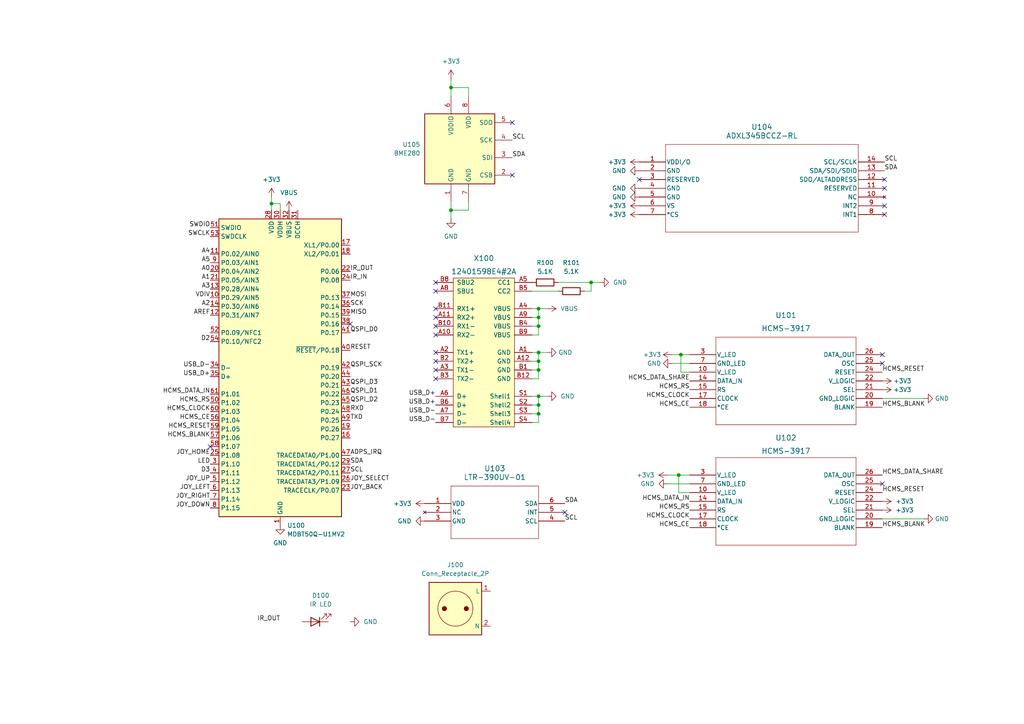
<source format=kicad_sch>
(kicad_sch (version 20231120) (generator "eeschema") (generator_version "8.0")
  (paper "A4")
  (lib_symbols
    (symbol "+3V3_1" (power) (pin_numbers hide) (pin_names (offset 0) hide)
      (property "Value" "+3V3" (at 0 3.556 0))
      (symbol "+3V3_1_0_1"
        (polyline (pts (xy -0.762 1.27) (xy 0 2.54)))
        (polyline (pts (xy 0 0) (xy 0 2.54)))
        (polyline (pts (xy 0 2.54) (xy 0.762 1.27)))
      )
      (symbol "+3V3_1_1_1"
        (pin power_in line (at 0 0 90) (length 0) (name "~") (number "1"))
      )
    )
    (symbol "+3V3_2" (power) (pin_numbers hide) (pin_names (offset 0) hide)
      (property "Value" "+3V3" (at 0 3.556 0))
      (symbol "+3V3_2_0_1"
        (polyline (pts (xy -0.762 1.27) (xy 0 2.54)))
        (polyline (pts (xy 0 0) (xy 0 2.54)))
        (polyline (pts (xy 0 2.54) (xy 0.762 1.27)))
      )
      (symbol "+3V3_2_1_1"
        (pin power_in line (at 0 0 90) (length 0) (name "~") (number "1"))
      )
    )
    (symbol "+3V3_3" (power) (pin_numbers hide) (pin_names (offset 0) hide)
      (property "Value" "+3V3" (at 0 3.556 0))
      (symbol "+3V3_3_0_1"
        (polyline (pts (xy -0.762 1.27) (xy 0 2.54)))
        (polyline (pts (xy 0 0) (xy 0 2.54)))
        (polyline (pts (xy 0 2.54) (xy 0.762 1.27)))
      )
      (symbol "+3V3_3_1_1"
        (pin power_in line (at 0 0 90) (length 0) (name "~") (number "1"))
      )
    )
    (symbol "+3V3_4" (power) (pin_numbers hide) (pin_names (offset 0) hide)
      (property "Value" "+3V3" (at 0 3.556 0))
      (symbol "+3V3_4_0_1"
        (polyline (pts (xy -0.762 1.27) (xy 0 2.54)))
        (polyline (pts (xy 0 0) (xy 0 2.54)))
        (polyline (pts (xy 0 2.54) (xy 0.762 1.27)))
      )
      (symbol "+3V3_4_1_1"
        (pin power_in line (at 0 0 90) (length 0) (name "~") (number "1"))
      )
    )
    (symbol "+3V3_6" (power) (pin_numbers hide) (pin_names (offset 0) hide)
      (property "Value" "+3V3" (at 0 3.556 0))
      (symbol "+3V3_6_0_1"
        (polyline (pts (xy -0.762 1.27) (xy 0 2.54)))
        (polyline (pts (xy 0 0) (xy 0 2.54)))
        (polyline (pts (xy 0 2.54) (xy 0.762 1.27)))
      )
      (symbol "+3V3_6_1_1"
        (pin power_in line (at 0 0 90) (length 0) (name "~") (number "1"))
      )
    )
    (symbol "2024-09-23_21-18-26:HCMS-2913" (pin_names (offset 0.254))
      (property "Reference" "U" (at 27.94 10.16 0))
      (property "Value" "HCMS-2913" (at 27.94 7.62 0))
      (symbol "HCMS-2913_0_1"
        (polyline (pts (xy 7.62 -20.32) (xy 48.26 -20.32)) (stroke (width 0.127)))
        (polyline (pts (xy 7.62 5.08) (xy 7.62 -20.32)) (stroke (width 0.127)))
        (polyline (pts (xy 48.26 -20.32) (xy 48.26 5.08)) (stroke (width 0.127)))
        (polyline (pts (xy 48.26 5.08) (xy 7.62 5.08)) (stroke (width 0.127)))
        (pin power_in line (at 0 -5.08 0) (length 7.62) (name "V_LED") (number "10"))
        (pin input line (at 0 -7.62 0) (length 7.62) (name "DATA_IN") (number "14"))
        (pin unspecified line (at 0 -10.16 0) (length 7.62) (name "RS") (number "15"))
        (pin input line (at 0 -12.7 0) (length 7.62) (name "CLOCK") (number "17"))
        (pin input line (at 0 -15.24 0) (length 7.62) (name "*CE") (number "18"))
        (pin unspecified line (at 55.88 -15.24 180) (length 7.62) (name "BLANK") (number "19"))
        (pin power_out line (at 55.88 -12.7 180) (length 7.62) (name "GND_LOGIC") (number "20"))
        (pin unspecified line (at 55.88 -10.16 180) (length 7.62) (name "SEL") (number "21"))
        (pin power_in line (at 55.88 -7.62 180) (length 7.62) (name "V_LOGIC") (number "22"))
        (pin unspecified line (at 55.88 -5.08 180) (length 7.62) (name "RESET") (number "24"))
        (pin output line (at 55.88 -2.54 180) (length 7.62) (name "OSC") (number "25"))
        (pin output line (at 55.88 0 180) (length 7.62) (name "DATA_OUT") (number "26"))
        (pin power_in line (at 0 0 0) (length 7.62) (name "V_LED") (number "3"))
        (pin power_out line (at 0 -2.54 0) (length 7.62) (name "GND_LED") (number "7"))
      )
    )
    (symbol "2024-12-11_22-26-57:LTR-390UV-01" (pin_names (offset 0.254))
      (property "Reference" "U" (at 20.32 10.16 0))
      (property "Value" "LTR-390UV-01" (at 20.32 7.62 0))
      (symbol "LTR-390UV-01_0_1"
        (polyline (pts (xy 7.62 -10.16) (xy 33.02 -10.16)) (stroke (width 0.127)))
        (polyline (pts (xy 7.62 5.08) (xy 7.62 -10.16)) (stroke (width 0.127)))
        (polyline (pts (xy 33.02 -10.16) (xy 33.02 5.08)) (stroke (width 0.127)))
        (polyline (pts (xy 33.02 5.08) (xy 7.62 5.08)) (stroke (width 0.127)))
        (pin power_in line (at 0 0 0) (length 7.62) (name "VDD") (number "1"))
        (pin no_connect line (at 0 -2.54 0) (length 7.62) (name "NC") (number "2"))
        (pin power_out line (at 0 -5.08 0) (length 7.62) (name "GND") (number "3"))
        (pin input line (at 40.64 -5.08 180) (length 7.62) (name "SCL") (number "4"))
        (pin output line (at 40.64 -2.54 180) (length 7.62) (name "INT") (number "5"))
        (pin bidirectional line (at 40.64 0 180) (length 7.62) (name "SDA") (number "6"))
      )
    )
    (symbol "ADXL345:ADXL345BCCZ-RL" (pin_names (offset 0.254))
      (property "Reference" "U" (at 35.56 10.16 0))
      (property "Value" "ADXL345BCCZ-RL" (at 35.56 7.62 0))
      (symbol "ADXL345BCCZ-RL_0_1"
        (polyline (pts (xy 7.62 -20.32) (xy 63.5 -20.32)) (stroke (width 0.127)))
        (polyline (pts (xy 7.62 5.08) (xy 7.62 -20.32)) (stroke (width 0.127)))
        (polyline (pts (xy 63.5 -20.32) (xy 63.5 5.08)) (stroke (width 0.127)))
        (polyline (pts (xy 63.5 5.08) (xy 7.62 5.08)) (stroke (width 0.127)))
        (pin power_in line (at 0 0 0) (length 7.62) (name "VDDI/O") (number "1"))
        (pin no_connect line (at 71.12 -10.16 180) (length 7.62) (name "NC") (number "10"))
        (pin unspecified line (at 71.12 -7.62 180) (length 7.62) (name "RESERVED") (number "11"))
        (pin unspecified line (at 71.12 -5.08 180) (length 7.62) (name "SDO/ALTADDRESS") (number "12"))
        (pin unspecified line (at 71.12 -2.54 180) (length 7.62) (name "SDA/SDI/SDIO") (number "13"))
        (pin unspecified line (at 71.12 0 180) (length 7.62) (name "SCL/SCLK") (number "14"))
        (pin power_out line (at 0 -2.54 0) (length 7.62) (name "GND") (number "2"))
        (pin unspecified line (at 0 -5.08 0) (length 7.62) (name "RESERVED") (number "3"))
        (pin power_out line (at 0 -7.62 0) (length 7.62) (name "GND") (number "4"))
        (pin power_out line (at 0 -10.16 0) (length 7.62) (name "GND") (number "5"))
        (pin unspecified line (at 0 -12.7 0) (length 7.62) (name "VS") (number "6"))
        (pin unspecified line (at 0 -15.24 0) (length 7.62) (name "*CS") (number "7"))
        (pin bidirectional line (at 71.12 -15.24 180) (length 7.62) (name "INT1") (number "8"))
        (pin bidirectional line (at 71.12 -12.7 180) (length 7.62) (name "INT2") (number "9"))
      )
    )
    (symbol "Connector:Conn_Receptacle_2P"
      (property "Reference" "J" (at -7.112 8.636 0))
      (property "Value" "Conn_Receptacle_2P" (at 0.254 -8.89 0))
      (symbol "Conn_Receptacle_2P_0_1"
        (circle (center 0 0) (radius 5.08))
      )
      (symbol "Conn_Receptacle_2P_1_1"
        (rectangle (start -7.62 7.62) (end 7.62 -7.62) (stroke (width 0.254)) (fill (type background)))
        (circle (center -3.175 0) (radius 0.635) (fill (type outline)))
        (circle (center 3.175 0) (radius 0.635) (fill (type outline)))
        (pin power_in line (at 10.16 5.08 180) (length 2.54) (name "L") (number "1"))
        (pin power_out line (at 10.16 -5.08 180) (length 2.54) (name "N") (number "2"))
      )
    )
    (symbol "Device:LED" (pin_numbers hide) (pin_names (offset 1.016) hide)
      (property "Reference" "D" (at 0 2.54 0))
      (property "Value" "LED" (at 0 -2.54 0))
      (symbol "LED_0_1"
        (polyline (pts (xy -1.27 -1.27) (xy -1.27 1.27)) (stroke (width 0.254)))
        (polyline (pts (xy -1.27 0) (xy 1.27 0)))
        (polyline (pts (xy 1.27 -1.27) (xy 1.27 1.27) (xy -1.27 0) (xy 1.27 -1.27)) (stroke (width 0.254)))
        (polyline (pts (xy -3.048 -0.762) (xy -4.572 -2.286) (xy -3.81 -2.286) (xy -4.572 -2.286) (xy -4.572 -1.524)))
        (polyline (pts (xy -1.778 -0.762) (xy -3.302 -2.286) (xy -2.54 -2.286) (xy -3.302 -2.286) (xy -3.302 -1.524)))
      )
      (symbol "LED_1_1"
        (pin passive line (at -3.81 0 0) (length 2.54) (name "K") (number "1"))
        (pin passive line (at 3.81 0 180) (length 2.54) (name "A") (number "2"))
      )
    )
    (symbol "Device:R" (pin_numbers hide) (pin_names (offset 0))
      (property "Reference" "R" (at 2.032 0 90))
      (property "Value" "R" (at 0 0 90))
      (symbol "R_0_1"
        (rectangle (start -1.016 -2.54) (end 1.016 2.54) (stroke (width 0.254)))
      )
      (symbol "R_1_1"
        (pin passive line (at 0 3.81 270) (length 1.27) (name "~") (number "1"))
        (pin passive line (at 0 -3.81 90) (length 1.27) (name "~") (number "2"))
      )
    )
    (symbol "GND_1" (power) (pin_numbers hide) (pin_names (offset 0) hide)
      (property "Value" "GND" (at 0 -3.81 0))
      (symbol "GND_1_0_1"
        (polyline (pts (xy 0 0) (xy 0 -1.27) (xy 1.27 -1.27) (xy 0 -2.54) (xy -1.27 -1.27) (xy 0 -1.27)))
      )
      (symbol "GND_1_1_1"
        (pin power_in line (at 0 0 270) (length 0) (name "~") (number "1"))
      )
    )
    (symbol "GND_2" (power) (pin_numbers hide) (pin_names (offset 0) hide)
      (property "Value" "GND" (at 0 -3.81 0))
      (symbol "GND_2_0_1"
        (polyline (pts (xy 0 0) (xy 0 -1.27) (xy 1.27 -1.27) (xy 0 -2.54) (xy -1.27 -1.27) (xy 0 -1.27)))
      )
      (symbol "GND_2_1_1"
        (pin power_in line (at 0 0 270) (length 0) (name "~") (number "1"))
      )
    )
    (symbol "GND_3" (power) (pin_numbers hide) (pin_names (offset 0) hide)
      (property "Value" "GND" (at 0 -3.81 0))
      (symbol "GND_3_0_1"
        (polyline (pts (xy 0 0) (xy 0 -1.27) (xy 1.27 -1.27) (xy 0 -2.54) (xy -1.27 -1.27) (xy 0 -1.27)))
      )
      (symbol "GND_3_1_1"
        (pin power_in line (at 0 0 270) (length 0) (name "~") (number "1"))
      )
    )
    (symbol "GND_4" (power) (pin_numbers hide) (pin_names (offset 0) hide)
      (property "Value" "GND" (at 0 -3.81 0))
      (symbol "GND_4_0_1"
        (polyline (pts (xy 0 0) (xy 0 -1.27) (xy 1.27 -1.27) (xy 0 -2.54) (xy -1.27 -1.27) (xy 0 -1.27)))
      )
      (symbol "GND_4_1_1"
        (pin power_in line (at 0 0 270) (length 0) (name "~") (number "1"))
      )
    )
    (symbol "GND_5" (power) (pin_numbers hide) (pin_names (offset 0) hide)
      (property "Value" "GND" (at 0 -3.81 0))
      (symbol "GND_5_0_1"
        (polyline (pts (xy 0 0) (xy 0 -1.27) (xy 1.27 -1.27) (xy 0 -2.54) (xy -1.27 -1.27) (xy 0 -1.27)))
      )
      (symbol "GND_5_1_1"
        (pin power_in line (at 0 0 270) (length 0) (name "~") (number "1"))
      )
    )
    (symbol "GND_6" (power) (pin_numbers hide) (pin_names (offset 0) hide)
      (property "Value" "GND" (at 0 -3.81 0))
      (symbol "GND_6_0_1"
        (polyline (pts (xy 0 0) (xy 0 -1.27) (xy 1.27 -1.27) (xy 0 -2.54) (xy -1.27 -1.27) (xy 0 -1.27)))
      )
      (symbol "GND_6_1_1"
        (pin power_in line (at 0 0 270) (length 0) (name "~") (number "1"))
      )
    )
    (symbol "RF_Module:MDBT50Q-U1MV2"
      (property "Reference" "U" (at 0 0 0))
      (property "Value" "MDBT50Q-U1MV2" (at 0 -2.54 0))
      (symbol "MDBT50Q-U1MV2_0_1"
        (rectangle (start -17.78 43.18) (end 17.78 -43.18) (stroke (width 0.254)) (fill (type background)))
      )
      (symbol "MDBT50Q-U1MV2_1_1"
        (pin power_in line (at 0 -45.72 90) (length 2.54) (name "GND") (number "1"))
        (pin bidirectional line (at -20.32 20.32 0) (length 2.54) (name "P0.29/AIN5") (number "10"))
        (pin bidirectional line (at -20.32 33.02 0) (length 2.54) (name "P0.02/AIN0") (number "11"))
        (pin bidirectional line (at -20.32 15.24 0) (length 2.54) (name "P0.31/AIN7") (number "12"))
        (pin bidirectional line (at -20.32 22.86 0) (length 2.54) (name "P0.28/AIN4") (number "13"))
        (pin bidirectional line (at -20.32 17.78 0) (length 2.54) (name "P0.30/AIN6") (number "14"))
        (pin passive line (at 0 -45.72 90) (length 2.54) hide (name "GND") (number "15"))
        (pin bidirectional line (at 20.32 -20.32 180) (length 2.54) (name "P0.27") (number "16"))
        (pin bidirectional line (at 20.32 35.56 180) (length 2.54) (name "XL1/P0.00") (number "17"))
        (pin bidirectional line (at 20.32 33.02 180) (length 2.54) (name "XL2/P0.01") (number "18"))
        (pin bidirectional line (at 20.32 -17.78 180) (length 2.54) (name "P0.26") (number "19"))
        (pin passive line (at 0 -45.72 90) (length 2.54) hide (name "GND") (number "2"))
        (pin bidirectional line (at -20.32 27.94 0) (length 2.54) (name "P0.04/AIN2") (number "20"))
        (pin bidirectional line (at -20.32 25.4 0) (length 2.54) (name "P0.05/AIN3") (number "21"))
        (pin bidirectional line (at 20.32 27.94 180) (length 2.54) (name "P0.06") (number "22"))
        (pin bidirectional line (at 20.32 -35.56 180) (length 2.54) (name "TRACECLK/P0.07") (number "23"))
        (pin bidirectional line (at 20.32 25.4 180) (length 2.54) (name "P0.08") (number "24"))
        (pin bidirectional line (at -20.32 -25.4 0) (length 2.54) (name "P1.08") (number "25"))
        (pin bidirectional line (at 20.32 -33.02 180) (length 2.54) (name "TRACEDATA3/P1.09") (number "26"))
        (pin bidirectional line (at 20.32 -30.48 180) (length 2.54) (name "TRACEDATA2/P0.11") (number "27"))
        (pin power_in line (at -2.54 45.72 270) (length 2.54) (name "VDD") (number "28"))
        (pin bidirectional line (at 20.32 -27.94 180) (length 2.54) (name "TRACEDATA1/P0.12") (number "29"))
        (pin bidirectional line (at -20.32 -27.94 0) (length 2.54) (name "P1.10") (number "3"))
        (pin power_in line (at 0 45.72 270) (length 2.54) (name "VDDH") (number "30"))
        (pin power_out line (at 5.08 45.72 270) (length 2.54) (name "DCCH") (number "31"))
        (pin power_in line (at 2.54 45.72 270) (length 2.54) (name "VBUS") (number "32"))
        (pin passive line (at 0 -45.72 90) (length 2.54) hide (name "GND") (number "33"))
        (pin bidirectional line (at -20.32 0 0) (length 2.54) (name "D-") (number "34"))
        (pin bidirectional line (at -20.32 -2.54 0) (length 2.54) (name "D+") (number "35"))
        (pin bidirectional line (at 20.32 17.78 180) (length 2.54) (name "P0.14") (number "36"))
        (pin bidirectional line (at 20.32 20.32 180) (length 2.54) (name "P0.13") (number "37"))
        (pin bidirectional line (at 20.32 12.7 180) (length 2.54) (name "P0.16") (number "38"))
        (pin bidirectional line (at 20.32 15.24 180) (length 2.54) (name "P0.15") (number "39"))
        (pin bidirectional line (at -20.32 -30.48 0) (length 2.54) (name "P1.11") (number "4"))
        (pin bidirectional line (at 20.32 5.08 180) (length 2.54) (name "~{RESET}/P0.18") (number "40"))
        (pin bidirectional line (at 20.32 10.16 180) (length 2.54) (name "P0.17") (number "41"))
        (pin bidirectional line (at 20.32 0 180) (length 2.54) (name "P0.19") (number "42"))
        (pin bidirectional line (at 20.32 -5.08 180) (length 2.54) (name "P0.21") (number "43"))
        (pin bidirectional line (at 20.32 -2.54 180) (length 2.54) (name "P0.20") (number "44"))
        (pin bidirectional line (at 20.32 -10.16 180) (length 2.54) (name "P0.23") (number "45"))
        (pin bidirectional line (at 20.32 -7.62 180) (length 2.54) (name "P0.22") (number "46"))
        (pin bidirectional line (at 20.32 -25.4 180) (length 2.54) (name "TRACEDATA0/P1.00") (number "47"))
        (pin bidirectional line (at 20.32 -12.7 180) (length 2.54) (name "P0.24") (number "48"))
        (pin bidirectional line (at 20.32 -15.24 180) (length 2.54) (name "P0.25") (number "49"))
        (pin bidirectional line (at -20.32 -33.02 0) (length 2.54) (name "P1.12") (number "5"))
        (pin bidirectional line (at -20.32 -10.16 0) (length 2.54) (name "P1.02") (number "50"))
        (pin bidirectional line (at -20.32 40.64 0) (length 2.54) (name "SWDIO") (number "51"))
        (pin bidirectional line (at -20.32 10.16 0) (length 2.54) (name "P0.09/NFC1") (number "52"))
        (pin input line (at -20.32 38.1 0) (length 2.54) (name "SWDCLK") (number "53"))
        (pin bidirectional line (at -20.32 7.62 0) (length 2.54) (name "P0.10/NFC2") (number "54"))
        (pin passive line (at 0 -45.72 90) (length 2.54) hide (name "GND") (number "55"))
        (pin bidirectional line (at -20.32 -15.24 0) (length 2.54) (name "P1.04") (number "56"))
        (pin bidirectional line (at -20.32 -20.32 0) (length 2.54) (name "P1.06") (number "57"))
        (pin bidirectional line (at -20.32 -22.86 0) (length 2.54) (name "P1.07") (number "58"))
        (pin bidirectional line (at -20.32 -17.78 0) (length 2.54) (name "P1.05") (number "59"))
        (pin bidirectional line (at -20.32 -35.56 0) (length 2.54) (name "P1.13") (number "6"))
        (pin bidirectional line (at -20.32 -12.7 0) (length 2.54) (name "P1.03") (number "60"))
        (pin bidirectional line (at -20.32 -7.62 0) (length 2.54) (name "P1.01") (number "61"))
        (pin bidirectional line (at -20.32 -38.1 0) (length 2.54) (name "P1.14") (number "7"))
        (pin bidirectional line (at -20.32 -40.64 0) (length 2.54) (name "P1.15") (number "8"))
        (pin bidirectional line (at -20.32 30.48 0) (length 2.54) (name "P0.03/AIN1") (number "9"))
      )
    )
    (symbol "Sensor:BME280"
      (property "Reference" "U" (at -8.89 11.43 0))
      (property "Value" "BME280" (at 7.62 11.43 0))
      (symbol "BME280_0_1"
        (rectangle (start -10.16 10.16) (end 10.16 -10.16) (stroke (width 0.254)) (fill (type background)))
      )
      (symbol "BME280_1_1"
        (pin power_in line (at -2.54 -15.24 90) (length 5.08) (name "GND") (number "1"))
        (pin input line (at 15.24 -7.62 180) (length 5.08) (name "CSB") (number "2"))
        (pin bidirectional line (at 15.24 -2.54 180) (length 5.08) (name "SDI") (number "3"))
        (pin input line (at 15.24 2.54 180) (length 5.08) (name "SCK") (number "4"))
        (pin bidirectional line (at 15.24 7.62 180) (length 5.08) (name "SDO") (number "5"))
        (pin power_in line (at -2.54 15.24 270) (length 5.08) (name "VDDIO") (number "6"))
        (pin power_in line (at 2.54 -15.24 90) (length 5.08) (name "GND") (number "7"))
        (pin power_in line (at 2.54 15.24 270) (length 5.08) (name "VDD") (number "8"))
      )
    )
    (symbol "Type-C:12401598E4#2A" (pin_names (offset 1.016))
      (property "Reference" "USB" (at 0 -22.86 0))
      (property "Value" "12401598E4#2A" (at 0 25.4 0))
      (symbol "12401598E4#2A_1_1"
        (rectangle (start -8.89 22.86) (end 8.89 -20.32) (fill (type background)))
        (pin input line (at 13.97 1.27 180) (length 5.08) (name "GND") (number "A1"))
        (pin input line (at -13.97 6.35 0) (length 5.08) (name "RX2-") (number "A10"))
        (pin input line (at -13.97 11.43 0) (length 5.08) (name "RX2+") (number "A11"))
        (pin input line (at 13.97 -1.27 180) (length 5.08) (name "GND") (number "A12"))
        (pin input line (at -13.97 1.27 0) (length 5.08) (name "TX1+") (number "A2"))
        (pin input line (at -13.97 -3.81 0) (length 5.08) (name "TX1-") (number "A3"))
        (pin input line (at 13.97 13.97 180) (length 5.08) (name "VBUS") (number "A4"))
        (pin input line (at 13.97 21.59 180) (length 5.08) (name "CC1") (number "A5"))
        (pin input line (at -13.97 -11.43 0) (length 5.08) (name "D+") (number "A6"))
        (pin input line (at -13.97 -16.51 0) (length 5.08) (name "D-") (number "A7"))
        (pin input line (at -13.97 19.05 0) (length 5.08) (name "SBU1") (number "A8"))
        (pin input line (at 13.97 11.43 180) (length 5.08) (name "VBUS") (number "A9"))
        (pin input line (at 13.97 -3.81 180) (length 5.08) (name "GND") (number "B1"))
        (pin input line (at -13.97 8.89 0) (length 5.08) (name "RX1-") (number "B10"))
        (pin input line (at -13.97 13.97 0) (length 5.08) (name "RX1+") (number "B11"))
        (pin input line (at 13.97 -6.35 180) (length 5.08) (name "GND") (number "B12"))
        (pin input line (at -13.97 -1.27 0) (length 5.08) (name "TX2+") (number "B2"))
        (pin input line (at -13.97 -6.35 0) (length 5.08) (name "TX2-") (number "B3"))
        (pin input line (at 13.97 8.89 180) (length 5.08) (name "VBUS") (number "B4"))
        (pin input line (at 13.97 19.05 180) (length 5.08) (name "CC2") (number "B5"))
        (pin input line (at -13.97 -13.97 0) (length 5.08) (name "D+") (number "B6"))
        (pin input line (at -13.97 -19.05 0) (length 5.08) (name "D-") (number "B7"))
        (pin input line (at -13.97 21.59 0) (length 5.08) (name "SBU2") (number "B8"))
        (pin input line (at 13.97 6.35 180) (length 5.08) (name "VBUS") (number "B9"))
        (pin input line (at 13.97 -11.43 180) (length 5.08) (name "Shell1") (number "S1"))
        (pin input line (at 13.97 -13.97 180) (length 5.08) (name "Shell2") (number "S2"))
        (pin input line (at 13.97 -16.51 180) (length 5.08) (name "Shell3") (number "S3"))
        (pin input line (at 13.97 -19.05 180) (length 5.08) (name "Shell4") (number "S4"))
      )
    )
    (symbol "power:+3V3" (power) (pin_names (offset 0))
      (property "Value" "+3V3" (at 0 3.556 0))
      (symbol "+3V3_0_1"
        (polyline (pts (xy -0.762 1.27) (xy 0 2.54)))
        (polyline (pts (xy 0 0) (xy 0 2.54)))
        (polyline (pts (xy 0 2.54) (xy 0.762 1.27)))
      )
      (symbol "+3V3_1_1"
        (pin power_in line (at 0 0 90) (length 0) hide (name "+3V3") (number "1"))
      )
    )
    (symbol "power:GND" (power) (pin_names (offset 0))
      (property "Value" "GND" (at 0 -3.81 0))
      (symbol "GND_0_1"
        (polyline (pts (xy 0 0) (xy 0 -1.27) (xy 1.27 -1.27) (xy 0 -2.54) (xy -1.27 -1.27) (xy 0 -1.27)))
      )
      (symbol "GND_1_1"
        (pin power_in line (at 0 0 270) (length 0) hide (name "GND") (number "1"))
      )
    )
    (symbol "power:VBUS" (power) (pin_names (offset 0))
      (property "Value" "VBUS" (at 0 3.81 0))
      (symbol "VBUS_0_1"
        (polyline (pts (xy -0.762 1.27) (xy 0 2.54)))
        (polyline (pts (xy 0 0) (xy 0 2.54)))
        (polyline (pts (xy 0 2.54) (xy 0.762 1.27)))
      )
      (symbol "VBUS_1_1"
        (pin power_in line (at 0 0 90) (length 0) hide (name "VBUS") (number "1"))
      )
    )
  )
  (junction (at 156.21 104.775))
  (junction (at 78.74 59.055))
  (junction (at 196.85 137.795))
  (junction (at 130.81 60.96))
  (junction (at 156.21 94.615))
  (junction (at 130.81 25.4))
  (junction (at 197.485 102.87))
  (junction (at 156.21 120.015))
  (junction (at 156.21 114.935))
  (junction (at 156.21 89.535))
  (junction (at 171.45 81.915))
  (junction (at 156.21 107.315))
  (junction (at 156.21 92.075))
  (junction (at 156.21 117.475))
  (junction (at 156.21 102.235))
  (no_connect (at 256.54 62.23))
  (no_connect (at 256.54 54.61))
  (no_connect (at 126.365 92.075))
  (no_connect (at 163.83 148.59))
  (no_connect (at 256.54 52.07))
  (no_connect (at 255.905 105.41))
  (no_connect (at 256.54 59.69))
  (no_connect (at 255.905 140.335))
  (no_connect (at 126.365 89.535))
  (no_connect (at 60.96 129.54))
  (no_connect (at 148.59 35.56))
  (no_connect (at 148.59 50.8))
  (no_connect (at 126.365 104.775))
  (no_connect (at 126.365 97.155))
  (no_connect (at 126.365 84.455))
  (no_connect (at 126.365 94.615))
  (no_connect (at 101.6 93.98))
  (no_connect (at 255.905 102.87))
  (no_connect (at 126.365 107.315))
  (no_connect (at 185.42 52.07))
  (no_connect (at 126.365 109.855))
  (no_connect (at 126.365 81.915))
  (no_connect (at 126.365 102.235))
  (wire (pts (xy 194.945 102.87) (xy 197.485 102.87)))
  (wire (pts (xy 171.45 84.455) (xy 169.545 84.455)))
  (wire (pts (xy 156.21 120.015) (xy 156.21 117.475)))
  (wire (pts (xy 81.28 60.96) (xy 81.28 59.055)))
  (wire (pts (xy 154.305 92.075) (xy 156.21 92.075)))
  (wire (pts (xy 154.305 122.555) (xy 156.21 122.555)))
  (wire (pts (xy 267.97 115.57) (xy 255.905 115.57)))
  (wire (pts (xy 255.905 150.495) (xy 267.97 150.495)))
  (wire (pts (xy 196.85 142.875) (xy 196.85 137.795)))
  (wire (pts (xy 130.81 60.96) (xy 135.89 60.96)))
  (wire (pts (xy 156.21 114.935) (xy 158.75 114.935)))
  (wire (pts (xy 135.89 27.94) (xy 135.89 25.4)))
  (wire (pts (xy 156.21 102.235) (xy 154.305 102.235)))
  (wire (pts (xy 154.305 104.775) (xy 156.21 104.775)))
  (wire (pts (xy 197.485 102.87) (xy 200.025 102.87)))
  (wire (pts (xy 81.28 59.055) (xy 78.74 59.055)))
  (wire (pts (xy 154.305 114.935) (xy 156.21 114.935)))
  (wire (pts (xy 154.305 120.015) (xy 156.21 120.015)))
  (wire (pts (xy 154.305 89.535) (xy 156.21 89.535)))
  (wire (pts (xy 154.305 94.615) (xy 156.21 94.615)))
  (wire (pts (xy 156.21 97.155) (xy 156.21 94.615)))
  (wire (pts (xy 130.81 58.42) (xy 130.81 60.96)))
  (wire (pts (xy 154.305 107.315) (xy 156.21 107.315)))
  (wire (pts (xy 156.21 94.615) (xy 156.21 92.075)))
  (wire (pts (xy 78.74 59.055) (xy 78.74 60.96)))
  (wire (pts (xy 130.81 25.4) (xy 130.81 27.94)))
  (wire (pts (xy 193.675 137.795) (xy 196.85 137.795)))
  (wire (pts (xy 200.025 142.875) (xy 196.85 142.875)))
  (wire (pts (xy 171.45 81.915) (xy 171.45 84.455)))
  (wire (pts (xy 78.74 57.15) (xy 78.74 59.055)))
  (wire (pts (xy 130.81 60.96) (xy 130.81 63.5)))
  (wire (pts (xy 130.81 22.86) (xy 130.81 25.4)))
  (wire (pts (xy 156.21 92.075) (xy 156.21 89.535)))
  (wire (pts (xy 156.21 120.015) (xy 156.21 122.555)))
  (wire (pts (xy 156.21 117.475) (xy 156.21 114.935)))
  (wire (pts (xy 135.89 25.4) (xy 130.81 25.4)))
  (wire (pts (xy 156.21 109.855) (xy 156.21 107.315)))
  (wire (pts (xy 156.21 104.775) (xy 156.21 102.235)))
  (wire (pts (xy 156.21 89.535) (xy 158.75 89.535)))
  (wire (pts (xy 193.675 140.335) (xy 200.025 140.335)))
  (wire (pts (xy 161.925 81.915) (xy 171.45 81.915)))
  (wire (pts (xy 154.305 109.855) (xy 156.21 109.855)))
  (wire (pts (xy 197.485 107.95) (xy 197.485 102.87)))
  (wire (pts (xy 154.305 117.475) (xy 156.21 117.475)))
  (wire (pts (xy 158.75 102.235) (xy 156.21 102.235)))
  (wire (pts (xy 156.21 104.775) (xy 156.21 107.315)))
  (wire (pts (xy 154.305 84.455) (xy 161.925 84.455)))
  (wire (pts (xy 200.025 107.95) (xy 197.485 107.95)))
  (wire (pts (xy 171.45 81.915) (xy 173.99 81.915)))
  (wire (pts (xy 154.305 97.155) (xy 156.21 97.155)))
  (wire (pts (xy 196.85 137.795) (xy 200.025 137.795)))
  (wire (pts (xy 135.89 58.42) (xy 135.89 60.96)))
  (wire (pts (xy 194.945 105.41) (xy 200.025 105.41)))
  (label "LED" (at 60.96 134.62 180))
  (label "JOY_HOME" (at 60.96 132.08 180))
  (label "QSPI_SCK" (at 101.6 106.68 0))
  (label "SDA" (at 101.6 134.62 0))
  (label "HCMS_CLOCK" (at 200.025 150.495 180))
  (label "RXD" (at 101.6 119.38 0))
  (label "HCMS_RS" (at 60.96 116.84 180))
  (label "SDA" (at 163.83 146.05 0))
  (label "JOY_LEFT" (at 60.96 142.24 180))
  (label "JOY_UP" (at 60.96 139.7 180))
  (label "A5" (at 60.96 76.2 180))
  (label "QSPI_D1" (at 101.6 114.3 0))
  (label "USB_D+" (at 126.365 114.935 180))
  (label "USB_D+" (at 126.365 117.475 180))
  (label "HCMS_RESET" (at 60.96 124.46 180))
  (label "IR_IN" (at 101.6 81.28 0))
  (label "JOY_SELECT" (at 101.6 139.7 0))
  (label "VDIV" (at 60.96 86.36 180))
  (label "HCMS_CLOCK" (at 60.96 119.38 180))
  (label "HCMS_CE" (at 200.025 118.11 180))
  (label "HCMS_CE" (at 60.96 121.92 180))
  (label "SCL" (at 148.59 40.64 0))
  (label "SWDIO" (at 60.96 66.04 180))
  (label "HCMS_CLOCK" (at 200.025 115.57 180))
  (label "HCMS_BLANK" (at 255.905 153.035 0))
  (label "HCMS_RS" (at 200.025 147.955 180))
  (label "A1" (at 60.96 81.28 180))
  (label "SCL" (at 256.54 46.99 0))
  (label "TXD" (at 101.6 121.92 0))
  (label "HCMS_CE" (at 200.025 153.035 180))
  (label "HCMS_BLANK" (at 255.905 118.11 0))
  (label "SCL" (at 163.83 151.13 0))
  (label "HCMS_DATA_SHARE" (at 200.025 110.49 180))
  (label "USB_D-" (at 126.365 120.015 180))
  (label "HCMS_RESET" (at 255.905 107.95 0))
  (label "JOY_RIGHT" (at 60.96 144.78 180))
  (label "QSPI_D2" (at 101.6 116.84 0))
  (label "SCL" (at 101.6 137.16 0))
  (label "USB_D+" (at 60.96 109.22 180))
  (label "MISO" (at 101.6 91.44 0))
  (label "HCMS_BLANK" (at 60.96 127 180))
  (label "JOY_DOWN" (at 60.96 147.32 180))
  (label "HCMS_DATA_SHARE" (at 255.905 137.795 0))
  (label "A4" (at 60.96 73.66 180))
  (label "SDA" (at 148.59 45.72 0))
  (label "IR_OUT" (at 101.6 78.74 0))
  (label "HCMS_DATA_IN" (at 200.025 145.415 180))
  (label "USB_D-" (at 126.365 122.555 180))
  (label "A0" (at 60.96 78.74 180))
  (label "D3" (at 60.96 137.16 180))
  (label "D2" (at 60.96 99.06 180))
  (label "USB_D-" (at 60.96 106.68 180))
  (label "QSPI_D0" (at 101.6 96.52 0))
  (label "SWCLK" (at 60.96 68.58 180))
  (label "RESET" (at 101.6 101.6 0))
  (label "A3" (at 60.96 83.82 180))
  (label "ADPS_IRQ" (at 101.6 132.08 0))
  (label "HCMS_RESET" (at 255.905 142.875 0))
  (label "MOSI" (at 101.6 86.36 0))
  (label "HCMS_DATA_IN" (at 60.96 114.3 180))
  (label "AREF" (at 60.96 91.44 180))
  (label "IR_OUT" (at 81.28 180.34 180))
  (label "A2" (at 60.96 88.9 180))
  (label "QSPI_D3" (at 101.6 111.76 0))
  (label "HCMS_RS" (at 200.025 113.03 180))
  (label "SDA" (at 256.54 49.53 0))
  (label "SCK" (at 101.6 88.9 0))
  (label "JOY_BACK" (at 101.6 142.24 0))
  (symbol (lib_id "Sensor:BME280") (at 133.35 43.18 0) (unit 1)
    (property "Reference" "U105" (at 121.92 41.9099 0) (effects (justify right)))
    (property "Value" "BME280" (at 121.92 44.4499 0) (effects (justify right)))
    (property "Footprint" "Package_LGA:Bosch_LGA-8_2.5x2.5mm_P0.65mm_ClockwisePinNumbering" (effects (hide yes)))
    (property "Datasheet" "https://www.bosch-sensortec.com/media/boschsensortec/downloads/datasheets/bst-bme280-ds002.pdf" (effects (hide yes)))
    (property "Description" "3-in-1 sensor, humidity, pressure, temperature, I2C and SPI interface, 1.71-3.6V, LGA-8" (effects (hide yes)))
  )
  (symbol (lib_id "power:GND") (at 267.97 150.495 90) (unit 1)
    (property "Reference" "#PWR0108" (effects (hide yes)))
    (property "Value" "GND" (at 271.145 150.4949 90) (effects (justify right)))
  )
  (symbol (lib_id "2024-12-11_22-26-57:LTR-390UV-01") (at 123.19 146.05 0) (unit 1)
    (property "Reference" "U103" (at 143.51 135.89 0) (effects (font (size 1.524 1.524))))
    (property "Value" "LTR-390UV-01" (at 143.51 138.43 0) (effects (font (size 1.524 1.524))))
    (property "Footprint" "LTR390:SMD6_LTR-390UV-01_LTO" (effects (hide yes)))
    (property "Datasheet" "LTR-390UV-01" (effects (hide yes)))
  )
  (symbol (lib_id "Device:LED") (at 91.44 180.34 180) (unit 1)
    (property "Reference" "D100" (at 93.0275 172.72 0))
    (property "Value" "IR LED" (at 93.0275 175.26 0))
    (property "Footprint" "LED_THT:LED_D5.0mm_Horizontal_O1.27mm_Z3.0mm_IRBlack" (effects (hide yes)))
    (property "Description" "Light emitting diode" (effects (hide yes)))
  )
  (symbol (lib_id "power:GND") (at 193.675 140.335 270) (unit 1)
    (property "Reference" "#PWR0105" (effects (hide yes)))
    (property "Value" "GND" (at 189.865 140.3349 90) (effects (justify right)))
  )
  (symbol (lib_id "power:GND") (at 158.75 114.935 90) (unit 1)
    (property "Reference" "#PWR0117" (effects (hide yes)))
    (property "Value" "GND" (at 162.56 114.9349 90) (effects (justify right)))
  )
  (symbol (lib_name "+3V3_3") (lib_id "power:+3V3") (at 185.42 59.69 90) (unit 1)
    (property "Reference" "#PWR07" (effects (hide yes)))
    (property "Value" "+3V3" (at 181.61 59.6899 90) (effects (justify left)))
    (property "Description" "Power symbol creates a global label with name \"+3V3\"" (effects (hide yes)))
  )
  (symbol (lib_id "power:+3V3") (at 194.945 102.87 90) (unit 1)
    (property "Reference" "#PWR0116" (effects (hide yes)))
    (property "Value" "+3V3" (at 191.77 102.8699 90) (effects (justify left)))
  )
  (symbol (lib_id "2024-09-23_21-18-26:HCMS-2913") (at 200.025 137.795 0) (unit 1)
    (property "Reference" "U102" (at 227.965 127 0) (effects (font (size 1.524 1.524))))
    (property "Value" "HCMS-3917" (at 227.965 130.81 0) (effects (font (size 1.524 1.524))))
    (property "Footprint" "HCMS-x91x:DIP26_HCMS-290X-B_BRA" (effects (hide yes)))
    (property "Datasheet" "HCMS-2913" (effects (hide yes)))
  )
  (symbol (lib_id "Connector:Conn_Receptacle_2P") (at 132.08 176.53 0) (unit 1)
    (property "Reference" "J100" (at 132.08 163.83 0))
    (property "Value" "Conn_Receptacle_2P" (at 132.08 166.37 0))
    (property "Footprint" "Connector_JST:JST_PH_S2B-PH-SM4-TB_1x02-1MP_P2.00mm_Horizontal" (effects (hide yes)))
    (property "Description" "2 Pins non-protected generic plug" (effects (hide yes)))
  )
  (symbol (lib_id "power:GND") (at 194.945 105.41 270) (unit 1)
    (property "Reference" "#PWR0115" (effects (hide yes)))
    (property "Value" "GND" (at 191.77 105.4099 90) (effects (justify right)))
  )
  (symbol (lib_name "+3V3_4") (lib_id "power:+3V3") (at 185.42 62.23 90) (unit 1)
    (property "Reference" "#PWR08" (effects (hide yes)))
    (property "Value" "+3V3" (at 181.61 62.2299 90) (effects (justify left)))
    (property "Description" "Power symbol creates a global label with name \"+3V3\"" (effects (hide yes)))
  )
  (symbol (lib_id "power:+3V3") (at 255.905 145.415 270) (unit 1)
    (property "Reference" "#PWR0107" (effects (hide yes)))
    (property "Value" "+3V3" (at 259.715 145.4149 90) (effects (justify left)))
  )
  (symbol (lib_id "power:+3V3") (at 255.905 110.49 270) (unit 1)
    (property "Reference" "#PWR0109" (effects (hide yes)))
    (property "Value" "+3V3" (at 259.08 110.4899 90) (effects (justify left)))
  )
  (symbol (lib_id "power:GND") (at 158.75 102.235 90) (unit 1)
    (property "Reference" "#PWR0112" (effects (hide yes)))
    (property "Value" "GND" (at 161.925 102.2349 90) (effects (justify right)))
  )
  (symbol (lib_id "Device:R") (at 158.115 81.915 90) (unit 1)
    (property "Reference" "R100" (at 158.115 76.2 90))
    (property "Value" "5.1K" (at 158.115 78.74 90))
    (property "Footprint" "Resistor_SMD:R_0201_0603Metric" (effects (hide yes)))
  )
  (symbol (lib_id "RF_Module:MDBT50Q-U1MV2") (at 81.28 106.68 0) (unit 1)
    (property "Reference" "U100" (at 83.2994 152.4 0) (effects (justify left)))
    (property "Value" "MDBT50Q-U1MV2" (at 83.2994 154.94 0) (effects (justify left)))
    (property "Footprint" "RF_Module:Raytac_MDBT50Q" (effects (hide yes)))
    (property "Datasheet" "https://www.raytac.com/download/index.php?index_id=43" (effects (hide yes)))
  )
  (symbol (lib_name "GND_1") (lib_id "power:GND") (at 123.19 151.13 270) (unit 1)
    (property "Reference" "#PWR01" (effects (hide yes)))
    (property "Value" "GND" (at 119.38 151.1299 90) (effects (justify right)))
    (property "Description" "Power symbol creates a global label with name \"GND\" , ground" (effects (hide yes)))
  )
  (symbol (lib_id "power:+3V3") (at 193.675 137.795 90) (unit 1)
    (property "Reference" "#PWR0104" (effects (hide yes)))
    (property "Value" "+3V3" (at 189.865 137.7949 90) (effects (justify left)))
  )
  (symbol (lib_id "ADXL345:ADXL345BCCZ-RL") (at 185.42 46.99 0) (unit 1)
    (property "Reference" "U104" (at 220.98 36.83 0) (effects (font (size 1.524 1.524))))
    (property "Value" "ADXL345BCCZ-RL" (at 220.98 39.37 0) (effects (font (size 1.524 1.524))))
    (property "Footprint" "ADXL345:LGA_CC-14-1_ADI" (effects (hide yes)))
    (property "Datasheet" "ADXL345BCCZ-RL" (effects (hide yes)))
  )
  (symbol (lib_id "power:GND") (at 267.97 115.57 90) (unit 1)
    (property "Reference" "#PWR0111" (effects (hide yes)))
    (property "Value" "GND" (at 271.145 115.57 90) (effects (justify right)))
  )
  (symbol (lib_id "power:GND") (at 173.99 81.915 90) (unit 1)
    (property "Reference" "#PWR0113" (effects (hide yes)))
    (property "Value" "GND" (at 177.8 81.9149 90) (effects (justify right)))
  )
  (symbol (lib_name "GND_4") (lib_id "power:GND") (at 185.42 49.53 270) (unit 1)
    (property "Reference" "#PWR05" (effects (hide yes)))
    (property "Value" "GND" (at 181.61 49.5299 90) (effects (justify right)))
    (property "Description" "Power symbol creates a global label with name \"GND\" , ground" (effects (hide yes)))
  )
  (symbol (lib_id "power:+3V3") (at 255.905 113.03 270) (unit 1)
    (property "Reference" "#PWR0110" (effects (hide yes)))
    (property "Value" "+3V3" (at 259.08 113.0299 90) (effects (justify left)))
  )
  (symbol (lib_id "2024-09-23_21-18-26:HCMS-2913") (at 200.025 102.87 0) (unit 1)
    (property "Reference" "U101" (at 227.965 91.44 0) (effects (font (size 1.524 1.524))))
    (property "Value" "HCMS-3917" (at 227.965 95.25 0) (effects (font (size 1.524 1.524))))
    (property "Footprint" "HCMS-x91x:DIP26_HCMS-290X-B_BRA" (effects (hide yes)))
    (property "Datasheet" "HCMS-2913" (effects (hide yes)))
  )
  (symbol (lib_id "Device:R") (at 165.735 84.455 90) (unit 1)
    (property "Reference" "R101" (at 165.735 76.2 90))
    (property "Value" "5.1K" (at 165.735 78.74 90))
    (property "Footprint" "Resistor_SMD:R_0201_0603Metric" (effects (hide yes)))
  )
  (symbol (lib_name "GND_5") (lib_id "power:GND") (at 130.81 63.5 0) (unit 1)
    (property "Reference" "#PWR012" (effects (hide yes)))
    (property "Value" "GND" (at 130.81 68.58 0))
    (property "Description" "Power symbol creates a global label with name \"GND\" , ground" (effects (hide yes)))
  )
  (symbol (lib_name "+3V3_6") (lib_id "power:+3V3") (at 130.81 22.86 0) (unit 1)
    (property "Reference" "#PWR010" (effects (hide yes)))
    (property "Value" "+3V3" (at 130.81 17.78 0))
    (property "Description" "Power symbol creates a global label with name \"+3V3\"" (effects (hide yes)))
  )
  (symbol (lib_id "power:VBUS") (at 158.75 89.535 270) (unit 1)
    (property "Reference" "#PWR0114" (effects (hide yes)))
    (property "Value" "VBUS" (at 162.56 89.5349 90) (effects (justify left)))
  )
  (symbol (lib_id "power:+3V3") (at 78.74 57.15 0) (unit 1)
    (property "Reference" "#PWR0102" (effects (hide yes)))
    (property "Value" "+3V3" (at 78.74 52.07 0))
  )
  (symbol (lib_name "+3V3_2") (lib_id "power:+3V3") (at 185.42 46.99 90) (unit 1)
    (property "Reference" "#PWR06" (effects (hide yes)))
    (property "Value" "+3V3" (at 181.61 46.9899 90) (effects (justify left)))
    (property "Description" "Power symbol creates a global label with name \"+3V3\"" (effects (hide yes)))
  )
  (symbol (lib_id "power:GND") (at 81.28 152.4 0) (unit 1)
    (property "Reference" "#PWR0103" (effects (hide yes)))
    (property "Value" "GND" (at 81.28 157.48 0))
  )
  (symbol (lib_name "GND_2") (lib_id "power:GND") (at 185.42 54.61 270) (unit 1)
    (property "Reference" "#PWR03" (effects (hide yes)))
    (property "Value" "GND" (at 181.61 54.6099 90) (effects (justify right)))
    (property "Description" "Power symbol creates a global label with name \"GND\" , ground" (effects (hide yes)))
  )
  (symbol (lib_id "power:VBUS") (at 83.82 60.96 0) (unit 1)
    (property "Reference" "#PWR0101" (effects (hide yes)))
    (property "Value" "VBUS" (at 83.82 55.88 0))
  )
  (symbol (lib_id "power:+3V3") (at 255.905 147.955 270) (unit 1)
    (property "Reference" "#PWR0106" (effects (hide yes)))
    (property "Value" "+3V3" (at 259.715 147.9549 90) (effects (justify left)))
  )
  (symbol (lib_name "GND_6") (lib_id "power:GND") (at 101.6 180.34 90) (unit 1)
    (property "Reference" "#PWR09" (effects (hide yes)))
    (property "Value" "GND" (at 105.41 180.3399 90) (effects (justify right)))
    (property "Description" "Power symbol creates a global label with name \"GND\" , ground" (effects (hide yes)))
  )
  (symbol (lib_id "Type-C:12401598E4#2A") (at 140.335 103.505 0) (unit 1)
    (property "Reference" "X100" (at 140.335 74.93 0) (effects (font (size 1.524 1.524))))
    (property "Value" "12401598E4#2A" (at 140.335 78.74 0) (effects (font (size 1.524 1.524))))
    (property "Footprint" "USB-C:12401598E4#2A" (effects (hide yes)))
  )
  (symbol (lib_name "+3V3_1") (lib_id "power:+3V3") (at 123.19 146.05 90) (unit 1)
    (property "Reference" "#PWR02" (effects (hide yes)))
    (property "Value" "+3V3" (at 119.38 146.0499 90) (effects (justify left)))
    (property "Description" "Power symbol creates a global label with name \"+3V3\"" (effects (hide yes)))
  )
  (symbol (lib_name "GND_3") (lib_id "power:GND") (at 185.42 57.15 270) (unit 1)
    (property "Reference" "#PWR04" (effects (hide yes)))
    (property "Value" "GND" (at 181.61 57.1499 90) (effects (justify right)))
    (property "Description" "Power symbol creates a global label with name \"GND\" , ground" (effects (hide yes)))
  )
)
</source>
